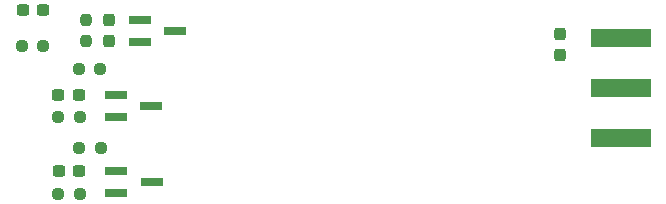
<source format=gtp>
G04 #@! TF.GenerationSoftware,KiCad,Pcbnew,7.0.10*
G04 #@! TF.CreationDate,2024-11-24T13:25:20-08:00*
G04 #@! TF.ProjectId,LoopAntennaPreamp,4c6f6f70-416e-4746-956e-6e6150726561,rev?*
G04 #@! TF.SameCoordinates,Original*
G04 #@! TF.FileFunction,Paste,Top*
G04 #@! TF.FilePolarity,Positive*
%FSLAX46Y46*%
G04 Gerber Fmt 4.6, Leading zero omitted, Abs format (unit mm)*
G04 Created by KiCad (PCBNEW 7.0.10) date 2024-11-24 13:25:20*
%MOMM*%
%LPD*%
G01*
G04 APERTURE LIST*
G04 Aperture macros list*
%AMRoundRect*
0 Rectangle with rounded corners*
0 $1 Rounding radius*
0 $2 $3 $4 $5 $6 $7 $8 $9 X,Y pos of 4 corners*
0 Add a 4 corners polygon primitive as box body*
4,1,4,$2,$3,$4,$5,$6,$7,$8,$9,$2,$3,0*
0 Add four circle primitives for the rounded corners*
1,1,$1+$1,$2,$3*
1,1,$1+$1,$4,$5*
1,1,$1+$1,$6,$7*
1,1,$1+$1,$8,$9*
0 Add four rect primitives between the rounded corners*
20,1,$1+$1,$2,$3,$4,$5,0*
20,1,$1+$1,$4,$5,$6,$7,0*
20,1,$1+$1,$6,$7,$8,$9,0*
20,1,$1+$1,$8,$9,$2,$3,0*%
G04 Aperture macros list end*
%ADD10RoundRect,0.237500X-0.250000X-0.237500X0.250000X-0.237500X0.250000X0.237500X-0.250000X0.237500X0*%
%ADD11RoundRect,0.237500X0.237500X-0.250000X0.237500X0.250000X-0.237500X0.250000X-0.237500X-0.250000X0*%
%ADD12R,1.900000X0.800000*%
%ADD13R,5.080000X1.500000*%
%ADD14RoundRect,0.237500X-0.237500X0.300000X-0.237500X-0.300000X0.237500X-0.300000X0.237500X0.300000X0*%
%ADD15RoundRect,0.237500X-0.300000X-0.237500X0.300000X-0.237500X0.300000X0.237500X-0.300000X0.237500X0*%
%ADD16RoundRect,0.237500X0.300000X0.237500X-0.300000X0.237500X-0.300000X-0.237500X0.300000X-0.237500X0*%
G04 APERTURE END LIST*
D10*
X101957500Y-121860000D03*
X103782500Y-121860000D03*
X101997500Y-128530000D03*
X103822500Y-128530000D03*
D11*
X102530000Y-119522500D03*
X102530000Y-117697500D03*
D10*
X97117500Y-119880000D03*
X98942500Y-119880000D03*
X100217500Y-132400000D03*
X102042500Y-132400000D03*
X100217500Y-125930000D03*
X102042500Y-125930000D03*
D12*
X107140000Y-117670000D03*
X107140000Y-119570000D03*
X110140000Y-118620000D03*
X108090000Y-124980000D03*
X105090000Y-125930000D03*
X105090000Y-124030000D03*
X108140000Y-131410000D03*
X105140000Y-132360000D03*
X105140000Y-130460000D03*
D13*
X147830000Y-123450000D03*
X147830000Y-127700000D03*
X147830000Y-119200000D03*
D14*
X142710000Y-118907500D03*
X142710000Y-120632500D03*
X104550000Y-117737500D03*
X104550000Y-119462500D03*
D15*
X98942500Y-116900000D03*
X97217500Y-116900000D03*
D16*
X101992500Y-130510000D03*
X100267500Y-130510000D03*
D15*
X100237500Y-124050000D03*
X101962500Y-124050000D03*
M02*

</source>
